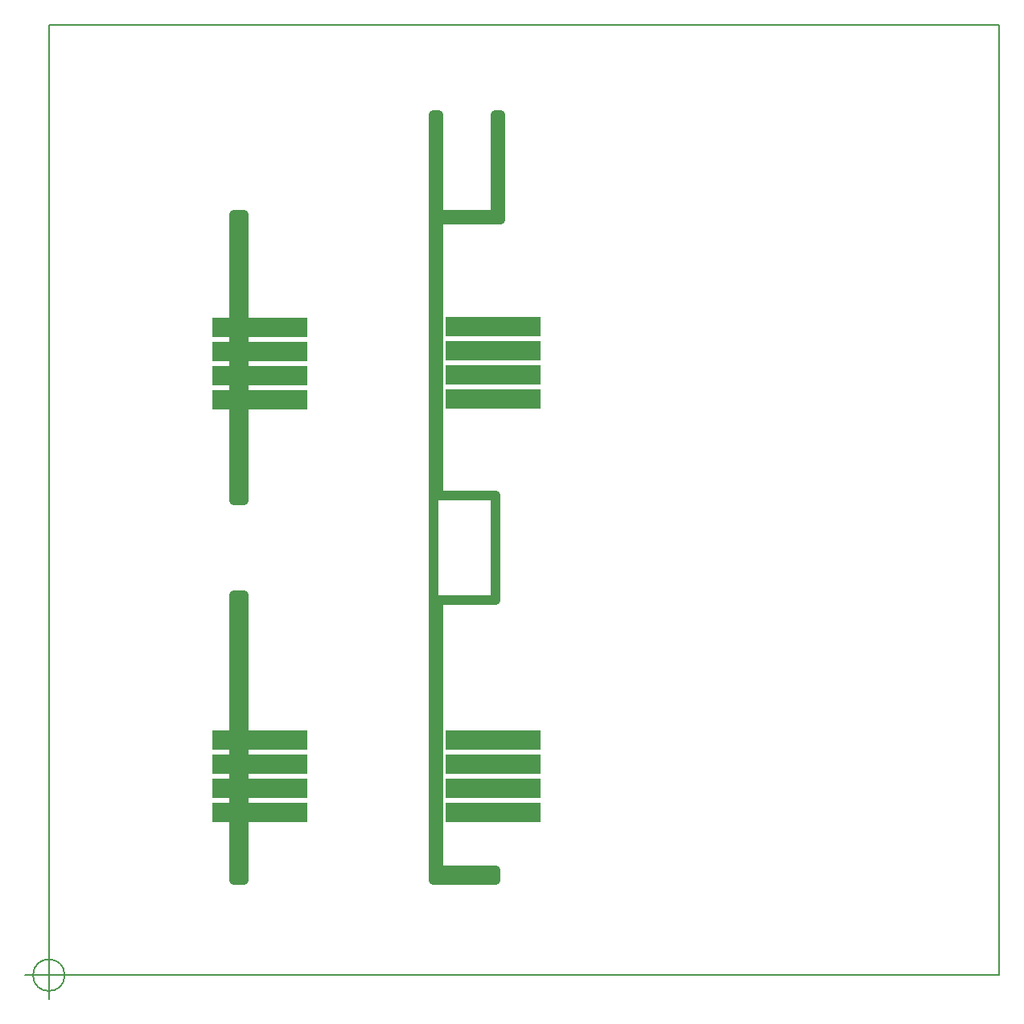
<source format=gbr>
%TF.GenerationSoftware,KiCad,Pcbnew,(5.0.2)-1*%
%TF.CreationDate,2019-03-07T23:56:34+01:00*%
%TF.ProjectId,KicadJE-EuroPowerSupply,4b696361-644a-4452-9d45-75726f506f77,Rev B*%
%TF.SameCoordinates,Original*%
%TF.FileFunction,Paste,Bot*%
%TF.FilePolarity,Positive*%
%FSLAX46Y46*%
G04 Gerber Fmt 4.6, Leading zero omitted, Abs format (unit mm)*
G04 Created by KiCad (PCBNEW (5.0.2)-1) date 07/03/2019 23:56:34*
%MOMM*%
%LPD*%
G01*
G04 APERTURE LIST*
%ADD10C,1.000000*%
%ADD11C,0.150000*%
%ADD12C,0.200000*%
%ADD13R,10.000000X2.000000*%
G04 APERTURE END LIST*
D10*
X140500000Y-139000000D02*
X140500000Y-140000000D01*
X147000000Y-139000000D02*
X140500000Y-139000000D01*
X147000000Y-140000000D02*
X147000000Y-139000000D01*
X140500000Y-140000000D02*
X147000000Y-140000000D01*
X140500000Y-70500000D02*
X140500000Y-70000000D01*
X147500000Y-70500000D02*
X140500000Y-70500000D01*
X147500000Y-59500000D02*
X147500000Y-70500000D01*
X147000000Y-59500000D02*
X147500000Y-59500000D01*
X147000000Y-70000000D02*
X147000000Y-59500000D01*
X140500000Y-70000000D02*
X147000000Y-70000000D01*
X141000000Y-110500000D02*
X141000000Y-140000000D01*
X147000000Y-110500000D02*
X141000000Y-110500000D01*
X141000000Y-99500000D02*
X147000000Y-99500000D01*
X141000000Y-59500000D02*
X141000000Y-99500000D01*
X140500000Y-140000000D02*
X140500000Y-59500000D01*
X147000000Y-110500000D02*
X147000000Y-99500000D01*
X140500000Y-59500000D02*
X141000000Y-59500000D01*
X119500000Y-100000000D02*
X120500000Y-100000000D01*
X141000000Y-140000000D02*
X140500000Y-140000000D01*
X119500000Y-110000000D02*
X120500000Y-110000000D01*
X119500000Y-110000000D02*
X119500000Y-140000000D01*
X120500000Y-140000000D02*
X120500000Y-110000000D01*
X119500000Y-140000000D02*
X120500000Y-140000000D01*
X119500000Y-70000000D02*
X119500000Y-100000000D01*
X119500000Y-70000000D02*
X120500000Y-70000000D01*
X120500000Y-100000000D02*
X120500000Y-70000000D01*
D11*
X101666666Y-150000000D02*
G75*
G03X101666666Y-150000000I-1666666J0D01*
G01*
X97500000Y-150000000D02*
X102500000Y-150000000D01*
X100000000Y-147500000D02*
X100000000Y-152500000D01*
D12*
X200000000Y-50000000D02*
X100000000Y-50000000D01*
X200000000Y-150000000D02*
X200000000Y-50000000D01*
X100000000Y-150000000D02*
X200000000Y-150000000D01*
X100000000Y-50000000D02*
X100000000Y-150000000D01*
D13*
X146800000Y-132880000D03*
X146800000Y-130340000D03*
X146800000Y-127800000D03*
X146800000Y-125260000D03*
X122200000Y-132880000D03*
X122200000Y-130340000D03*
X122200000Y-127800000D03*
X122200000Y-125260000D03*
X146800000Y-81720000D03*
X146800000Y-84260000D03*
X146800000Y-86800000D03*
X146800000Y-89340000D03*
X122200000Y-89410000D03*
X122200000Y-86870000D03*
X122200000Y-84330000D03*
X122200000Y-81790000D03*
M02*

</source>
